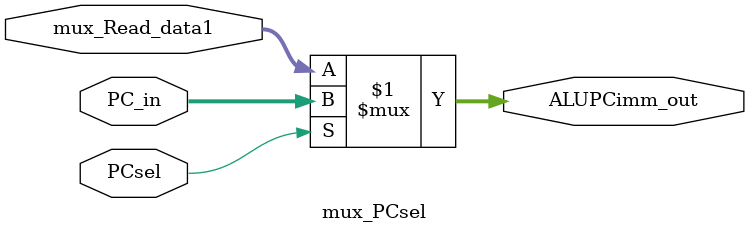
<source format=v>
module mux_PCsel (PC_in, mux_Read_data1, PCsel, ALUPCimm_out);

input [31:0] PC_in, mux_Read_data1;
input PCsel;
output [31:0] ALUPCimm_out;


assign ALUPCimm_out = (PCsel) ? PC_in : mux_Read_data1;

endmodule
</source>
